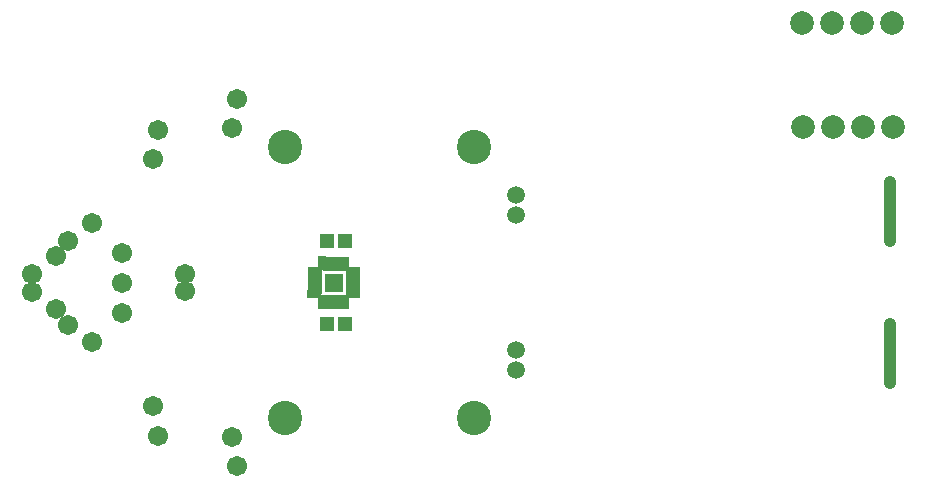
<source format=gbs>
G04 #@! TF.GenerationSoftware,KiCad,Pcbnew,(5.0.1)-3*
G04 #@! TF.CreationDate,2018-10-30T21:40:18+09:00*
G04 #@! TF.ProjectId,Zirconia,5A6972636F6E69612E6B696361645F70,rev?*
G04 #@! TF.SameCoordinates,Original*
G04 #@! TF.FileFunction,Soldermask,Bot*
G04 #@! TF.FilePolarity,Negative*
%FSLAX46Y46*%
G04 Gerber Fmt 4.6, Leading zero omitted, Abs format (unit mm)*
G04 Created by KiCad (PCBNEW (5.0.1)-3) date 2018/10/30 21:40:18*
%MOMM*%
%LPD*%
G01*
G04 APERTURE LIST*
%ADD10C,1.000000*%
%ADD11C,1.706880*%
%ADD12C,2.009140*%
%ADD13R,0.708660X1.208000*%
%ADD14R,0.708660X1.308100*%
%ADD15R,1.208000X0.708660*%
%ADD16R,1.308100X0.708660*%
%ADD17R,1.508000X1.508000*%
%ADD18C,2.908000*%
%ADD19C,1.708000*%
%ADD20R,1.308100X1.308100*%
%ADD21C,1.508760*%
G04 APERTURE END LIST*
D10*
X177000680Y-50401100D02*
X177000680Y-55401100D01*
X177000680Y-38401100D02*
X177000680Y-43401100D01*
D11*
G04 #@! TO.C,P6*
X117300680Y-47650400D03*
X117300680Y-46151800D03*
G04 #@! TD*
D12*
G04 #@! TO.C,P9*
X169570680Y-24911100D03*
X172110680Y-24911100D03*
X174650680Y-24911100D03*
X177190680Y-24911100D03*
G04 #@! TD*
G04 #@! TO.C,P8*
X169650680Y-33721100D03*
X172190680Y-33721100D03*
X174730680Y-33721100D03*
X177270680Y-33721100D03*
G04 #@! TD*
D11*
G04 #@! TO.C,Q1*
X121280147Y-33851806D03*
X121721213Y-31350394D03*
G04 #@! TD*
G04 #@! TO.C,Q2*
X104373228Y-46147587D03*
X106428132Y-44654613D03*
G04 #@! TD*
G04 #@! TO.C,Q3*
X106428132Y-49147587D03*
X104373228Y-47654613D03*
G04 #@! TD*
G04 #@! TO.C,Q4*
X121721213Y-62451806D03*
X121280147Y-59950394D03*
G04 #@! TD*
D13*
G04 #@! TO.C,U8*
X128899920Y-45251100D03*
D14*
X129301240Y-45300900D03*
X129700020Y-45300900D03*
X130101340Y-45300900D03*
X130500120Y-45300900D03*
X130901440Y-45300900D03*
D15*
X131550680Y-45900340D03*
D16*
X131500880Y-46301660D03*
X131500880Y-46700440D03*
X131500880Y-47101760D03*
X131500880Y-47500540D03*
D15*
X131550680Y-47901860D03*
D14*
X130901440Y-48501300D03*
X130500120Y-48501300D03*
X130101340Y-48501300D03*
X129700020Y-48501300D03*
X129301240Y-48501300D03*
X128899920Y-48501300D03*
D15*
X128250680Y-47901860D03*
D16*
X128300480Y-47500540D03*
X128300480Y-47101760D03*
X128300480Y-46700440D03*
X128300480Y-46301660D03*
X128300480Y-45900340D03*
D17*
X129900680Y-46901100D03*
G04 #@! TD*
D18*
G04 #@! TO.C,P7*
X125800680Y-35401100D03*
X125800680Y-58401100D03*
X141800680Y-35401100D03*
X141800680Y-58401100D03*
G04 #@! TD*
D11*
G04 #@! TO.C,D4*
X115021213Y-59851806D03*
X114580147Y-57350394D03*
G04 #@! TD*
G04 #@! TO.C,D3*
X109428132Y-51947587D03*
X107373228Y-50454613D03*
G04 #@! TD*
G04 #@! TO.C,D2*
X107373228Y-43347587D03*
X109428132Y-41854613D03*
G04 #@! TD*
G04 #@! TO.C,D1*
X114580147Y-36451806D03*
X115021213Y-33950394D03*
G04 #@! TD*
D19*
G04 #@! TO.C,SW2*
X112000680Y-44361100D03*
X112000680Y-46901100D03*
X112000680Y-49441100D03*
G04 #@! TD*
D20*
G04 #@! TO.C,C16*
X129300580Y-50401100D03*
X130900780Y-50401100D03*
G04 #@! TD*
G04 #@! TO.C,C17*
X129300580Y-43401100D03*
X130900780Y-43401100D03*
G04 #@! TD*
D21*
G04 #@! TO.C,P4*
X145300680Y-54301100D03*
G04 #@! TD*
G04 #@! TO.C,P3*
X145300680Y-52601100D03*
G04 #@! TD*
G04 #@! TO.C,P2*
X145300680Y-39501100D03*
G04 #@! TD*
G04 #@! TO.C,P1*
X145300680Y-41201100D03*
G04 #@! TD*
M02*

</source>
